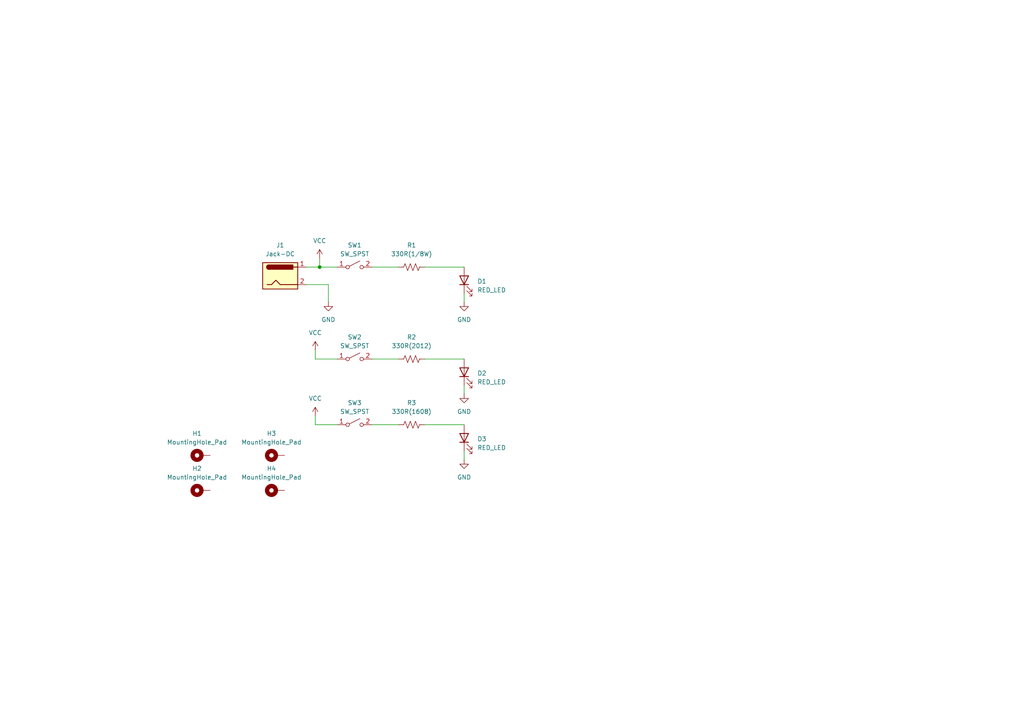
<source format=kicad_sch>
(kicad_sch
	(version 20250114)
	(generator "eeschema")
	(generator_version "9.0")
	(uuid "4e02d130-a5b3-47b0-ab53-b93f13939904")
	(paper "A4")
	(lib_symbols
		(symbol "Connector:Jack-DC"
			(pin_names
				(offset 1.016)
			)
			(exclude_from_sim no)
			(in_bom yes)
			(on_board yes)
			(property "Reference" "J"
				(at 0 5.334 0)
				(effects
					(font
						(size 1.27 1.27)
					)
				)
			)
			(property "Value" "Jack-DC"
				(at 0 -5.08 0)
				(effects
					(font
						(size 1.27 1.27)
					)
				)
			)
			(property "Footprint" ""
				(at 1.27 -1.016 0)
				(effects
					(font
						(size 1.27 1.27)
					)
					(hide yes)
				)
			)
			(property "Datasheet" "~"
				(at 1.27 -1.016 0)
				(effects
					(font
						(size 1.27 1.27)
					)
					(hide yes)
				)
			)
			(property "Description" "DC Barrel Jack"
				(at 0 0 0)
				(effects
					(font
						(size 1.27 1.27)
					)
					(hide yes)
				)
			)
			(property "ki_keywords" "DC power barrel jack connector"
				(at 0 0 0)
				(effects
					(font
						(size 1.27 1.27)
					)
					(hide yes)
				)
			)
			(property "ki_fp_filters" "BarrelJack*"
				(at 0 0 0)
				(effects
					(font
						(size 1.27 1.27)
					)
					(hide yes)
				)
			)
			(symbol "Jack-DC_0_1"
				(rectangle
					(start -5.08 3.81)
					(end 5.08 -3.81)
					(stroke
						(width 0.254)
						(type default)
					)
					(fill
						(type background)
					)
				)
				(polyline
					(pts
						(xy -3.81 -2.54) (xy -2.54 -2.54) (xy -1.27 -1.27) (xy 0 -2.54) (xy 2.54 -2.54) (xy 5.08 -2.54)
					)
					(stroke
						(width 0.254)
						(type default)
					)
					(fill
						(type none)
					)
				)
				(arc
					(start -3.302 1.905)
					(mid -3.9343 2.54)
					(end -3.302 3.175)
					(stroke
						(width 0.254)
						(type default)
					)
					(fill
						(type none)
					)
				)
				(arc
					(start -3.302 1.905)
					(mid -3.9343 2.54)
					(end -3.302 3.175)
					(stroke
						(width 0.254)
						(type default)
					)
					(fill
						(type outline)
					)
				)
				(rectangle
					(start 3.683 3.175)
					(end -3.302 1.905)
					(stroke
						(width 0.254)
						(type default)
					)
					(fill
						(type outline)
					)
				)
				(polyline
					(pts
						(xy 5.08 2.54) (xy 3.81 2.54)
					)
					(stroke
						(width 0.254)
						(type default)
					)
					(fill
						(type none)
					)
				)
			)
			(symbol "Jack-DC_1_1"
				(pin passive line
					(at 7.62 2.54 180)
					(length 2.54)
					(name "~"
						(effects
							(font
								(size 1.27 1.27)
							)
						)
					)
					(number "1"
						(effects
							(font
								(size 1.27 1.27)
							)
						)
					)
				)
				(pin passive line
					(at 7.62 -2.54 180)
					(length 2.54)
					(name "~"
						(effects
							(font
								(size 1.27 1.27)
							)
						)
					)
					(number "2"
						(effects
							(font
								(size 1.27 1.27)
							)
						)
					)
				)
			)
			(embedded_fonts no)
		)
		(symbol "Device:LED"
			(pin_numbers
				(hide yes)
			)
			(pin_names
				(offset 1.016)
				(hide yes)
			)
			(exclude_from_sim no)
			(in_bom yes)
			(on_board yes)
			(property "Reference" "D"
				(at 0 2.54 0)
				(effects
					(font
						(size 1.27 1.27)
					)
				)
			)
			(property "Value" "LED"
				(at 0 -2.54 0)
				(effects
					(font
						(size 1.27 1.27)
					)
				)
			)
			(property "Footprint" ""
				(at 0 0 0)
				(effects
					(font
						(size 1.27 1.27)
					)
					(hide yes)
				)
			)
			(property "Datasheet" "~"
				(at 0 0 0)
				(effects
					(font
						(size 1.27 1.27)
					)
					(hide yes)
				)
			)
			(property "Description" "Light emitting diode"
				(at 0 0 0)
				(effects
					(font
						(size 1.27 1.27)
					)
					(hide yes)
				)
			)
			(property "Sim.Pins" "1=K 2=A"
				(at 0 0 0)
				(effects
					(font
						(size 1.27 1.27)
					)
					(hide yes)
				)
			)
			(property "ki_keywords" "LED diode"
				(at 0 0 0)
				(effects
					(font
						(size 1.27 1.27)
					)
					(hide yes)
				)
			)
			(property "ki_fp_filters" "LED* LED_SMD:* LED_THT:*"
				(at 0 0 0)
				(effects
					(font
						(size 1.27 1.27)
					)
					(hide yes)
				)
			)
			(symbol "LED_0_1"
				(polyline
					(pts
						(xy -3.048 -0.762) (xy -4.572 -2.286) (xy -3.81 -2.286) (xy -4.572 -2.286) (xy -4.572 -1.524)
					)
					(stroke
						(width 0)
						(type default)
					)
					(fill
						(type none)
					)
				)
				(polyline
					(pts
						(xy -1.778 -0.762) (xy -3.302 -2.286) (xy -2.54 -2.286) (xy -3.302 -2.286) (xy -3.302 -1.524)
					)
					(stroke
						(width 0)
						(type default)
					)
					(fill
						(type none)
					)
				)
				(polyline
					(pts
						(xy -1.27 0) (xy 1.27 0)
					)
					(stroke
						(width 0)
						(type default)
					)
					(fill
						(type none)
					)
				)
				(polyline
					(pts
						(xy -1.27 -1.27) (xy -1.27 1.27)
					)
					(stroke
						(width 0.254)
						(type default)
					)
					(fill
						(type none)
					)
				)
				(polyline
					(pts
						(xy 1.27 -1.27) (xy 1.27 1.27) (xy -1.27 0) (xy 1.27 -1.27)
					)
					(stroke
						(width 0.254)
						(type default)
					)
					(fill
						(type none)
					)
				)
			)
			(symbol "LED_1_1"
				(pin passive line
					(at -3.81 0 0)
					(length 2.54)
					(name "K"
						(effects
							(font
								(size 1.27 1.27)
							)
						)
					)
					(number "1"
						(effects
							(font
								(size 1.27 1.27)
							)
						)
					)
				)
				(pin passive line
					(at 3.81 0 180)
					(length 2.54)
					(name "A"
						(effects
							(font
								(size 1.27 1.27)
							)
						)
					)
					(number "2"
						(effects
							(font
								(size 1.27 1.27)
							)
						)
					)
				)
			)
			(embedded_fonts no)
		)
		(symbol "Device:R_US"
			(pin_numbers
				(hide yes)
			)
			(pin_names
				(offset 0)
			)
			(exclude_from_sim no)
			(in_bom yes)
			(on_board yes)
			(property "Reference" "R"
				(at 2.54 0 90)
				(effects
					(font
						(size 1.27 1.27)
					)
				)
			)
			(property "Value" "R_US"
				(at -2.54 0 90)
				(effects
					(font
						(size 1.27 1.27)
					)
				)
			)
			(property "Footprint" ""
				(at 1.016 -0.254 90)
				(effects
					(font
						(size 1.27 1.27)
					)
					(hide yes)
				)
			)
			(property "Datasheet" "~"
				(at 0 0 0)
				(effects
					(font
						(size 1.27 1.27)
					)
					(hide yes)
				)
			)
			(property "Description" "Resistor, US symbol"
				(at 0 0 0)
				(effects
					(font
						(size 1.27 1.27)
					)
					(hide yes)
				)
			)
			(property "ki_keywords" "R res resistor"
				(at 0 0 0)
				(effects
					(font
						(size 1.27 1.27)
					)
					(hide yes)
				)
			)
			(property "ki_fp_filters" "R_*"
				(at 0 0 0)
				(effects
					(font
						(size 1.27 1.27)
					)
					(hide yes)
				)
			)
			(symbol "R_US_0_1"
				(polyline
					(pts
						(xy 0 2.286) (xy 0 2.54)
					)
					(stroke
						(width 0)
						(type default)
					)
					(fill
						(type none)
					)
				)
				(polyline
					(pts
						(xy 0 2.286) (xy 1.016 1.905) (xy 0 1.524) (xy -1.016 1.143) (xy 0 0.762)
					)
					(stroke
						(width 0)
						(type default)
					)
					(fill
						(type none)
					)
				)
				(polyline
					(pts
						(xy 0 0.762) (xy 1.016 0.381) (xy 0 0) (xy -1.016 -0.381) (xy 0 -0.762)
					)
					(stroke
						(width 0)
						(type default)
					)
					(fill
						(type none)
					)
				)
				(polyline
					(pts
						(xy 0 -0.762) (xy 1.016 -1.143) (xy 0 -1.524) (xy -1.016 -1.905) (xy 0 -2.286)
					)
					(stroke
						(width 0)
						(type default)
					)
					(fill
						(type none)
					)
				)
				(polyline
					(pts
						(xy 0 -2.286) (xy 0 -2.54)
					)
					(stroke
						(width 0)
						(type default)
					)
					(fill
						(type none)
					)
				)
			)
			(symbol "R_US_1_1"
				(pin passive line
					(at 0 3.81 270)
					(length 1.27)
					(name "~"
						(effects
							(font
								(size 1.27 1.27)
							)
						)
					)
					(number "1"
						(effects
							(font
								(size 1.27 1.27)
							)
						)
					)
				)
				(pin passive line
					(at 0 -3.81 90)
					(length 1.27)
					(name "~"
						(effects
							(font
								(size 1.27 1.27)
							)
						)
					)
					(number "2"
						(effects
							(font
								(size 1.27 1.27)
							)
						)
					)
				)
			)
			(embedded_fonts no)
		)
		(symbol "Mechanical:MountingHole_Pad"
			(pin_numbers
				(hide yes)
			)
			(pin_names
				(offset 1.016)
				(hide yes)
			)
			(exclude_from_sim no)
			(in_bom no)
			(on_board yes)
			(property "Reference" "H"
				(at 0 6.35 0)
				(effects
					(font
						(size 1.27 1.27)
					)
				)
			)
			(property "Value" "MountingHole_Pad"
				(at 0 4.445 0)
				(effects
					(font
						(size 1.27 1.27)
					)
				)
			)
			(property "Footprint" ""
				(at 0 0 0)
				(effects
					(font
						(size 1.27 1.27)
					)
					(hide yes)
				)
			)
			(property "Datasheet" "~"
				(at 0 0 0)
				(effects
					(font
						(size 1.27 1.27)
					)
					(hide yes)
				)
			)
			(property "Description" "Mounting Hole with connection"
				(at 0 0 0)
				(effects
					(font
						(size 1.27 1.27)
					)
					(hide yes)
				)
			)
			(property "ki_keywords" "mounting hole"
				(at 0 0 0)
				(effects
					(font
						(size 1.27 1.27)
					)
					(hide yes)
				)
			)
			(property "ki_fp_filters" "MountingHole*Pad*"
				(at 0 0 0)
				(effects
					(font
						(size 1.27 1.27)
					)
					(hide yes)
				)
			)
			(symbol "MountingHole_Pad_0_1"
				(circle
					(center 0 1.27)
					(radius 1.27)
					(stroke
						(width 1.27)
						(type default)
					)
					(fill
						(type none)
					)
				)
			)
			(symbol "MountingHole_Pad_1_1"
				(pin input line
					(at 0 -2.54 90)
					(length 2.54)
					(name "1"
						(effects
							(font
								(size 1.27 1.27)
							)
						)
					)
					(number "1"
						(effects
							(font
								(size 1.27 1.27)
							)
						)
					)
				)
			)
			(embedded_fonts no)
		)
		(symbol "Switch:SW_SPST"
			(pin_names
				(offset 0)
				(hide yes)
			)
			(exclude_from_sim no)
			(in_bom yes)
			(on_board yes)
			(property "Reference" "SW"
				(at 0 3.175 0)
				(effects
					(font
						(size 1.27 1.27)
					)
				)
			)
			(property "Value" "SW_SPST"
				(at 0 -2.54 0)
				(effects
					(font
						(size 1.27 1.27)
					)
				)
			)
			(property "Footprint" ""
				(at 0 0 0)
				(effects
					(font
						(size 1.27 1.27)
					)
					(hide yes)
				)
			)
			(property "Datasheet" "~"
				(at 0 0 0)
				(effects
					(font
						(size 1.27 1.27)
					)
					(hide yes)
				)
			)
			(property "Description" "Single Pole Single Throw (SPST) switch"
				(at 0 0 0)
				(effects
					(font
						(size 1.27 1.27)
					)
					(hide yes)
				)
			)
			(property "ki_keywords" "switch lever"
				(at 0 0 0)
				(effects
					(font
						(size 1.27 1.27)
					)
					(hide yes)
				)
			)
			(symbol "SW_SPST_0_0"
				(circle
					(center -2.032 0)
					(radius 0.508)
					(stroke
						(width 0)
						(type default)
					)
					(fill
						(type none)
					)
				)
				(polyline
					(pts
						(xy -1.524 0.254) (xy 1.524 1.778)
					)
					(stroke
						(width 0)
						(type default)
					)
					(fill
						(type none)
					)
				)
				(circle
					(center 2.032 0)
					(radius 0.508)
					(stroke
						(width 0)
						(type default)
					)
					(fill
						(type none)
					)
				)
			)
			(symbol "SW_SPST_1_1"
				(pin passive line
					(at -5.08 0 0)
					(length 2.54)
					(name "A"
						(effects
							(font
								(size 1.27 1.27)
							)
						)
					)
					(number "1"
						(effects
							(font
								(size 1.27 1.27)
							)
						)
					)
				)
				(pin passive line
					(at 5.08 0 180)
					(length 2.54)
					(name "B"
						(effects
							(font
								(size 1.27 1.27)
							)
						)
					)
					(number "2"
						(effects
							(font
								(size 1.27 1.27)
							)
						)
					)
				)
			)
			(embedded_fonts no)
		)
		(symbol "power:GND"
			(power)
			(pin_numbers
				(hide yes)
			)
			(pin_names
				(offset 0)
				(hide yes)
			)
			(exclude_from_sim no)
			(in_bom yes)
			(on_board yes)
			(property "Reference" "#PWR"
				(at 0 -6.35 0)
				(effects
					(font
						(size 1.27 1.27)
					)
					(hide yes)
				)
			)
			(property "Value" "GND"
				(at 0 -3.81 0)
				(effects
					(font
						(size 1.27 1.27)
					)
				)
			)
			(property "Footprint" ""
				(at 0 0 0)
				(effects
					(font
						(size 1.27 1.27)
					)
					(hide yes)
				)
			)
			(property "Datasheet" ""
				(at 0 0 0)
				(effects
					(font
						(size 1.27 1.27)
					)
					(hide yes)
				)
			)
			(property "Description" "Power symbol creates a global label with name \"GND\" , ground"
				(at 0 0 0)
				(effects
					(font
						(size 1.27 1.27)
					)
					(hide yes)
				)
			)
			(property "ki_keywords" "global power"
				(at 0 0 0)
				(effects
					(font
						(size 1.27 1.27)
					)
					(hide yes)
				)
			)
			(symbol "GND_0_1"
				(polyline
					(pts
						(xy 0 0) (xy 0 -1.27) (xy 1.27 -1.27) (xy 0 -2.54) (xy -1.27 -1.27) (xy 0 -1.27)
					)
					(stroke
						(width 0)
						(type default)
					)
					(fill
						(type none)
					)
				)
			)
			(symbol "GND_1_1"
				(pin power_in line
					(at 0 0 270)
					(length 0)
					(name "~"
						(effects
							(font
								(size 1.27 1.27)
							)
						)
					)
					(number "1"
						(effects
							(font
								(size 1.27 1.27)
							)
						)
					)
				)
			)
			(embedded_fonts no)
		)
		(symbol "power:VCC"
			(power)
			(pin_numbers
				(hide yes)
			)
			(pin_names
				(offset 0)
				(hide yes)
			)
			(exclude_from_sim no)
			(in_bom yes)
			(on_board yes)
			(property "Reference" "#PWR"
				(at 0 -3.81 0)
				(effects
					(font
						(size 1.27 1.27)
					)
					(hide yes)
				)
			)
			(property "Value" "VCC"
				(at 0 3.556 0)
				(effects
					(font
						(size 1.27 1.27)
					)
				)
			)
			(property "Footprint" ""
				(at 0 0 0)
				(effects
					(font
						(size 1.27 1.27)
					)
					(hide yes)
				)
			)
			(property "Datasheet" ""
				(at 0 0 0)
				(effects
					(font
						(size 1.27 1.27)
					)
					(hide yes)
				)
			)
			(property "Description" "Power symbol creates a global label with name \"VCC\""
				(at 0 0 0)
				(effects
					(font
						(size 1.27 1.27)
					)
					(hide yes)
				)
			)
			(property "ki_keywords" "global power"
				(at 0 0 0)
				(effects
					(font
						(size 1.27 1.27)
					)
					(hide yes)
				)
			)
			(symbol "VCC_0_1"
				(polyline
					(pts
						(xy -0.762 1.27) (xy 0 2.54)
					)
					(stroke
						(width 0)
						(type default)
					)
					(fill
						(type none)
					)
				)
				(polyline
					(pts
						(xy 0 2.54) (xy 0.762 1.27)
					)
					(stroke
						(width 0)
						(type default)
					)
					(fill
						(type none)
					)
				)
				(polyline
					(pts
						(xy 0 0) (xy 0 2.54)
					)
					(stroke
						(width 0)
						(type default)
					)
					(fill
						(type none)
					)
				)
			)
			(symbol "VCC_1_1"
				(pin power_in line
					(at 0 0 90)
					(length 0)
					(name "~"
						(effects
							(font
								(size 1.27 1.27)
							)
						)
					)
					(number "1"
						(effects
							(font
								(size 1.27 1.27)
							)
						)
					)
				)
			)
			(embedded_fonts no)
		)
	)
	(junction
		(at 92.71 77.47)
		(diameter 0)
		(color 0 0 0 0)
		(uuid "eea938fe-684a-45fa-9a1c-3eb204a54ae3")
	)
	(wire
		(pts
			(xy 91.44 120.65) (xy 91.44 123.19)
		)
		(stroke
			(width 0)
			(type default)
		)
		(uuid "1862700c-9d21-4641-8e28-71be2043c14e")
	)
	(wire
		(pts
			(xy 107.95 77.47) (xy 115.57 77.47)
		)
		(stroke
			(width 0)
			(type default)
		)
		(uuid "1b6e7e25-b35c-48b5-b911-610f2c66bdbc")
	)
	(wire
		(pts
			(xy 92.71 77.47) (xy 97.79 77.47)
		)
		(stroke
			(width 0)
			(type default)
		)
		(uuid "38d43fb8-ed9e-458f-b78b-b42216a0db00")
	)
	(wire
		(pts
			(xy 88.9 82.55) (xy 95.25 82.55)
		)
		(stroke
			(width 0)
			(type default)
		)
		(uuid "390475f0-d591-4943-ac2a-1197ad3c248a")
	)
	(wire
		(pts
			(xy 123.19 77.47) (xy 134.62 77.47)
		)
		(stroke
			(width 0)
			(type default)
		)
		(uuid "54e12a8b-c58b-4539-a29b-08697b1dbb63")
	)
	(wire
		(pts
			(xy 95.25 82.55) (xy 95.25 87.63)
		)
		(stroke
			(width 0)
			(type default)
		)
		(uuid "65d82951-c04c-4e3c-bdae-e50b6e9d81de")
	)
	(wire
		(pts
			(xy 123.19 123.19) (xy 134.62 123.19)
		)
		(stroke
			(width 0)
			(type default)
		)
		(uuid "73324a3d-e5c6-406f-9476-19f63e6861c5")
	)
	(wire
		(pts
			(xy 134.62 85.09) (xy 134.62 87.63)
		)
		(stroke
			(width 0)
			(type default)
		)
		(uuid "76536356-2b8d-4f03-af2a-85291c9f6eac")
	)
	(wire
		(pts
			(xy 91.44 104.14) (xy 97.79 104.14)
		)
		(stroke
			(width 0)
			(type default)
		)
		(uuid "817c8ee9-bddd-4d23-8e30-56b800d053c9")
	)
	(wire
		(pts
			(xy 92.71 74.93) (xy 92.71 77.47)
		)
		(stroke
			(width 0)
			(type default)
		)
		(uuid "99967e96-ceed-4e66-a8c9-faa6670ba084")
	)
	(wire
		(pts
			(xy 134.62 130.81) (xy 134.62 133.35)
		)
		(stroke
			(width 0)
			(type default)
		)
		(uuid "9f8fa50c-6563-4b37-8b93-4ebb211fdcb1")
	)
	(wire
		(pts
			(xy 107.95 123.19) (xy 115.57 123.19)
		)
		(stroke
			(width 0)
			(type default)
		)
		(uuid "a73955f1-54f0-4ff8-968b-d983ef6ed71d")
	)
	(wire
		(pts
			(xy 91.44 123.19) (xy 97.79 123.19)
		)
		(stroke
			(width 0)
			(type default)
		)
		(uuid "b37f60bc-ba38-479c-94bd-5a82303112e5")
	)
	(wire
		(pts
			(xy 88.9 77.47) (xy 92.71 77.47)
		)
		(stroke
			(width 0)
			(type default)
		)
		(uuid "b79b9f52-2207-4402-b638-9ecbed8e18fa")
	)
	(wire
		(pts
			(xy 107.95 104.14) (xy 115.57 104.14)
		)
		(stroke
			(width 0)
			(type default)
		)
		(uuid "cba6aa6a-2a0f-4d74-9b09-6f1b6ea3f04d")
	)
	(wire
		(pts
			(xy 91.44 101.6) (xy 91.44 104.14)
		)
		(stroke
			(width 0)
			(type default)
		)
		(uuid "d01c1854-4619-4898-8783-dc174f6cd857")
	)
	(wire
		(pts
			(xy 123.19 104.14) (xy 134.62 104.14)
		)
		(stroke
			(width 0)
			(type default)
		)
		(uuid "ecec3f29-ed54-4a08-a8ff-6ba19f23fd42")
	)
	(wire
		(pts
			(xy 134.62 111.76) (xy 134.62 114.3)
		)
		(stroke
			(width 0)
			(type default)
		)
		(uuid "f3ae40ee-dd8c-49c4-bbb5-3607efd4bd71")
	)
	(symbol
		(lib_id "Device:R_US")
		(at 119.38 104.14 90)
		(unit 1)
		(exclude_from_sim no)
		(in_bom yes)
		(on_board yes)
		(dnp no)
		(fields_autoplaced yes)
		(uuid "2996220d-29f8-4748-a3ea-66bc72b388d8")
		(property "Reference" "R2"
			(at 119.38 97.79 90)
			(effects
				(font
					(size 1.27 1.27)
				)
			)
		)
		(property "Value" "330R(2012)"
			(at 119.38 100.33 90)
			(effects
				(font
					(size 1.27 1.27)
				)
			)
		)
		(property "Footprint" "Resistor_SMD:R_0805_2012Metric_Pad1.20x1.40mm_HandSolder"
			(at 119.634 103.124 90)
			(effects
				(font
					(size 1.27 1.27)
				)
				(hide yes)
			)
		)
		(property "Datasheet" "~"
			(at 119.38 104.14 0)
			(effects
				(font
					(size 1.27 1.27)
				)
				(hide yes)
			)
		)
		(property "Description" "Resistor, US symbol"
			(at 119.38 104.14 0)
			(effects
				(font
					(size 1.27 1.27)
				)
				(hide yes)
			)
		)
		(pin "2"
			(uuid "2f278407-6043-40e4-bb11-4f35823e3e66")
		)
		(pin "1"
			(uuid "f4840570-8b32-4381-a52e-326b676ae131")
		)
		(instances
			(project "test1"
				(path "/4e02d130-a5b3-47b0-ab53-b93f13939904"
					(reference "R2")
					(unit 1)
				)
			)
		)
	)
	(symbol
		(lib_id "Mechanical:MountingHole_Pad")
		(at 58.42 142.24 90)
		(unit 1)
		(exclude_from_sim no)
		(in_bom no)
		(on_board yes)
		(dnp no)
		(fields_autoplaced yes)
		(uuid "29ae37a7-9571-4b92-aa66-54632dec3d38")
		(property "Reference" "H2"
			(at 57.15 135.89 90)
			(effects
				(font
					(size 1.27 1.27)
				)
			)
		)
		(property "Value" "MountingHole_Pad"
			(at 57.15 138.43 90)
			(effects
				(font
					(size 1.27 1.27)
				)
			)
		)
		(property "Footprint" "MountingHole:MountingHole_3.2mm_M3_DIN965_Pad"
			(at 58.42 142.24 0)
			(effects
				(font
					(size 1.27 1.27)
				)
				(hide yes)
			)
		)
		(property "Datasheet" "~"
			(at 58.42 142.24 0)
			(effects
				(font
					(size 1.27 1.27)
				)
				(hide yes)
			)
		)
		(property "Description" "Mounting Hole with connection"
			(at 58.42 142.24 0)
			(effects
				(font
					(size 1.27 1.27)
				)
				(hide yes)
			)
		)
		(pin "1"
			(uuid "8df2ee27-5909-496b-bfe0-64b8e0282812")
		)
		(instances
			(project "test1"
				(path "/4e02d130-a5b3-47b0-ab53-b93f13939904"
					(reference "H2")
					(unit 1)
				)
			)
		)
	)
	(symbol
		(lib_id "Device:R_US")
		(at 119.38 123.19 90)
		(unit 1)
		(exclude_from_sim no)
		(in_bom yes)
		(on_board yes)
		(dnp no)
		(fields_autoplaced yes)
		(uuid "4558e996-ca07-4031-a43a-38775e240154")
		(property "Reference" "R3"
			(at 119.38 116.84 90)
			(effects
				(font
					(size 1.27 1.27)
				)
			)
		)
		(property "Value" "330R(1608)"
			(at 119.38 119.38 90)
			(effects
				(font
					(size 1.27 1.27)
				)
			)
		)
		(property "Footprint" "Resistor_SMD:R_0603_1608Metric_Pad0.98x0.95mm_HandSolder"
			(at 119.634 122.174 90)
			(effects
				(font
					(size 1.27 1.27)
				)
				(hide yes)
			)
		)
		(property "Datasheet" "~"
			(at 119.38 123.19 0)
			(effects
				(font
					(size 1.27 1.27)
				)
				(hide yes)
			)
		)
		(property "Description" "Resistor, US symbol"
			(at 119.38 123.19 0)
			(effects
				(font
					(size 1.27 1.27)
				)
				(hide yes)
			)
		)
		(pin "2"
			(uuid "b695f3b0-1cbe-43c0-a1d8-6e0bb2a25001")
		)
		(pin "1"
			(uuid "7532c6d6-2b74-4667-937f-95291bd80a28")
		)
		(instances
			(project "test1"
				(path "/4e02d130-a5b3-47b0-ab53-b93f13939904"
					(reference "R3")
					(unit 1)
				)
			)
		)
	)
	(symbol
		(lib_id "Mechanical:MountingHole_Pad")
		(at 58.42 132.08 90)
		(unit 1)
		(exclude_from_sim no)
		(in_bom no)
		(on_board yes)
		(dnp no)
		(fields_autoplaced yes)
		(uuid "483f874f-1afe-4274-9fda-cb070850c8a1")
		(property "Reference" "H1"
			(at 57.15 125.73 90)
			(effects
				(font
					(size 1.27 1.27)
				)
			)
		)
		(property "Value" "MountingHole_Pad"
			(at 57.15 128.27 90)
			(effects
				(font
					(size 1.27 1.27)
				)
			)
		)
		(property "Footprint" "MountingHole:MountingHole_3.2mm_M3_DIN965_Pad"
			(at 58.42 132.08 0)
			(effects
				(font
					(size 1.27 1.27)
				)
				(hide yes)
			)
		)
		(property "Datasheet" "~"
			(at 58.42 132.08 0)
			(effects
				(font
					(size 1.27 1.27)
				)
				(hide yes)
			)
		)
		(property "Description" "Mounting Hole with connection"
			(at 58.42 132.08 0)
			(effects
				(font
					(size 1.27 1.27)
				)
				(hide yes)
			)
		)
		(pin "1"
			(uuid "455d2f9f-a183-4886-8908-725cb45f04d5")
		)
		(instances
			(project ""
				(path "/4e02d130-a5b3-47b0-ab53-b93f13939904"
					(reference "H1")
					(unit 1)
				)
			)
		)
	)
	(symbol
		(lib_id "power:VCC")
		(at 91.44 120.65 0)
		(unit 1)
		(exclude_from_sim no)
		(in_bom yes)
		(on_board yes)
		(dnp no)
		(fields_autoplaced yes)
		(uuid "612d1932-4cfb-4798-af35-4849b29889fe")
		(property "Reference" "#PWR07"
			(at 91.44 124.46 0)
			(effects
				(font
					(size 1.27 1.27)
				)
				(hide yes)
			)
		)
		(property "Value" "VCC"
			(at 91.44 115.57 0)
			(effects
				(font
					(size 1.27 1.27)
				)
			)
		)
		(property "Footprint" ""
			(at 91.44 120.65 0)
			(effects
				(font
					(size 1.27 1.27)
				)
				(hide yes)
			)
		)
		(property "Datasheet" ""
			(at 91.44 120.65 0)
			(effects
				(font
					(size 1.27 1.27)
				)
				(hide yes)
			)
		)
		(property "Description" "Power symbol creates a global label with name \"VCC\""
			(at 91.44 120.65 0)
			(effects
				(font
					(size 1.27 1.27)
				)
				(hide yes)
			)
		)
		(pin "1"
			(uuid "3daf584e-11ac-4558-890d-d2e2650d2c8c")
		)
		(instances
			(project "test1"
				(path "/4e02d130-a5b3-47b0-ab53-b93f13939904"
					(reference "#PWR07")
					(unit 1)
				)
			)
		)
	)
	(symbol
		(lib_id "Device:R_US")
		(at 119.38 77.47 90)
		(unit 1)
		(exclude_from_sim no)
		(in_bom yes)
		(on_board yes)
		(dnp no)
		(fields_autoplaced yes)
		(uuid "66b5d9e3-c47c-4622-8f17-102fcc195700")
		(property "Reference" "R1"
			(at 119.38 71.12 90)
			(effects
				(font
					(size 1.27 1.27)
				)
			)
		)
		(property "Value" "330R(1/8W)"
			(at 119.38 73.66 90)
			(effects
				(font
					(size 1.27 1.27)
				)
			)
		)
		(property "Footprint" "Resistor_THT:R_Axial_DIN0204_L3.6mm_D1.6mm_P5.08mm_Horizontal"
			(at 119.634 76.454 90)
			(effects
				(font
					(size 1.27 1.27)
				)
				(hide yes)
			)
		)
		(property "Datasheet" "~"
			(at 119.38 77.47 0)
			(effects
				(font
					(size 1.27 1.27)
				)
				(hide yes)
			)
		)
		(property "Description" "Resistor, 300R (1/8W)"
			(at 119.38 77.47 0)
			(effects
				(font
					(size 1.27 1.27)
				)
				(hide yes)
			)
		)
		(pin "2"
			(uuid "d5f7541c-f45c-4e56-a1b8-96db52cf6236")
		)
		(pin "1"
			(uuid "e1ea40b1-49ce-49f2-ba01-221204e59f1c")
		)
		(instances
			(project ""
				(path "/4e02d130-a5b3-47b0-ab53-b93f13939904"
					(reference "R1")
					(unit 1)
				)
			)
		)
	)
	(symbol
		(lib_id "Switch:SW_SPST")
		(at 102.87 77.47 0)
		(unit 1)
		(exclude_from_sim no)
		(in_bom yes)
		(on_board yes)
		(dnp no)
		(fields_autoplaced yes)
		(uuid "7261a94e-c342-47a2-8456-eb1018b19d37")
		(property "Reference" "SW1"
			(at 102.87 71.12 0)
			(effects
				(font
					(size 1.27 1.27)
				)
			)
		)
		(property "Value" "SW_SPST"
			(at 102.87 73.66 0)
			(effects
				(font
					(size 1.27 1.27)
				)
			)
		)
		(property "Footprint" "Button_Switch_THT:SW_PUSH_6mm_H5mm"
			(at 102.87 77.47 0)
			(effects
				(font
					(size 1.27 1.27)
				)
				(hide yes)
			)
		)
		(property "Datasheet" "~"
			(at 102.87 77.47 0)
			(effects
				(font
					(size 1.27 1.27)
				)
				(hide yes)
			)
		)
		(property "Description" "Single Pole Single Throw (SPST) switch"
			(at 102.87 77.47 0)
			(effects
				(font
					(size 1.27 1.27)
				)
				(hide yes)
			)
		)
		(pin "1"
			(uuid "87f71da9-ef02-4bd3-b2c1-61e0f88cc370")
		)
		(pin "2"
			(uuid "6cbc22dd-4497-4a62-a427-a666e2a76913")
		)
		(instances
			(project ""
				(path "/4e02d130-a5b3-47b0-ab53-b93f13939904"
					(reference "SW1")
					(unit 1)
				)
			)
		)
	)
	(symbol
		(lib_id "Device:LED")
		(at 134.62 107.95 90)
		(unit 1)
		(exclude_from_sim no)
		(in_bom yes)
		(on_board yes)
		(dnp no)
		(fields_autoplaced yes)
		(uuid "75fbf66d-6c42-493a-8261-d0b2f9f23dd2")
		(property "Reference" "D2"
			(at 138.43 108.2674 90)
			(effects
				(font
					(size 1.27 1.27)
				)
				(justify right)
			)
		)
		(property "Value" "RED_LED"
			(at 138.43 110.8074 90)
			(effects
				(font
					(size 1.27 1.27)
				)
				(justify right)
			)
		)
		(property "Footprint" "LED_THT:LED_D5.0mm"
			(at 134.62 107.95 0)
			(effects
				(font
					(size 1.27 1.27)
				)
				(hide yes)
			)
		)
		(property "Datasheet" "~"
			(at 134.62 107.95 0)
			(effects
				(font
					(size 1.27 1.27)
				)
				(hide yes)
			)
		)
		(property "Description" "Light emitting diode"
			(at 134.62 107.95 0)
			(effects
				(font
					(size 1.27 1.27)
				)
				(hide yes)
			)
		)
		(property "Sim.Pins" "1=K 2=A"
			(at 134.62 107.95 0)
			(effects
				(font
					(size 1.27 1.27)
				)
				(hide yes)
			)
		)
		(pin "2"
			(uuid "212fe012-034b-4545-a8ed-9594be4971a6")
		)
		(pin "1"
			(uuid "5298519e-68d3-4fca-bc6c-78126b33e7e7")
		)
		(instances
			(project "test1"
				(path "/4e02d130-a5b3-47b0-ab53-b93f13939904"
					(reference "D2")
					(unit 1)
				)
			)
		)
	)
	(symbol
		(lib_id "Device:LED")
		(at 134.62 81.28 90)
		(unit 1)
		(exclude_from_sim no)
		(in_bom yes)
		(on_board yes)
		(dnp no)
		(fields_autoplaced yes)
		(uuid "8a13401d-d427-4420-9d14-3d942f544ab8")
		(property "Reference" "D1"
			(at 138.43 81.5974 90)
			(effects
				(font
					(size 1.27 1.27)
				)
				(justify right)
			)
		)
		(property "Value" "RED_LED"
			(at 138.43 84.1374 90)
			(effects
				(font
					(size 1.27 1.27)
				)
				(justify right)
			)
		)
		(property "Footprint" "LED_THT:LED_D5.0mm"
			(at 134.62 81.28 0)
			(effects
				(font
					(size 1.27 1.27)
				)
				(hide yes)
			)
		)
		(property "Datasheet" "~"
			(at 134.62 81.28 0)
			(effects
				(font
					(size 1.27 1.27)
				)
				(hide yes)
			)
		)
		(property "Description" "Light emitting diode"
			(at 134.62 81.28 0)
			(effects
				(font
					(size 1.27 1.27)
				)
				(hide yes)
			)
		)
		(property "Sim.Pins" "1=K 2=A"
			(at 134.62 81.28 0)
			(effects
				(font
					(size 1.27 1.27)
				)
				(hide yes)
			)
		)
		(pin "2"
			(uuid "3e3c5729-bc04-4f38-983b-c170c86a7235")
		)
		(pin "1"
			(uuid "b0e1fa9e-8ac6-46b0-8f5c-e9d351abd03a")
		)
		(instances
			(project ""
				(path "/4e02d130-a5b3-47b0-ab53-b93f13939904"
					(reference "D1")
					(unit 1)
				)
			)
		)
	)
	(symbol
		(lib_id "Switch:SW_SPST")
		(at 102.87 123.19 0)
		(unit 1)
		(exclude_from_sim no)
		(in_bom yes)
		(on_board yes)
		(dnp no)
		(fields_autoplaced yes)
		(uuid "8e774f29-cba9-49fc-8934-e004f586e061")
		(property "Reference" "SW3"
			(at 102.87 116.84 0)
			(effects
				(font
					(size 1.27 1.27)
				)
			)
		)
		(property "Value" "SW_SPST"
			(at 102.87 119.38 0)
			(effects
				(font
					(size 1.27 1.27)
				)
			)
		)
		(property "Footprint" "Button_Switch_THT:SW_PUSH_6mm_H5mm"
			(at 102.87 123.19 0)
			(effects
				(font
					(size 1.27 1.27)
				)
				(hide yes)
			)
		)
		(property "Datasheet" "~"
			(at 102.87 123.19 0)
			(effects
				(font
					(size 1.27 1.27)
				)
				(hide yes)
			)
		)
		(property "Description" "Single Pole Single Throw (SPST) switch"
			(at 102.87 123.19 0)
			(effects
				(font
					(size 1.27 1.27)
				)
				(hide yes)
			)
		)
		(pin "1"
			(uuid "1a87c39d-8b55-4149-a1d9-8f3bd6d78a1c")
		)
		(pin "2"
			(uuid "389766ad-c7ae-41b7-8b38-01ba32278481")
		)
		(instances
			(project "test1"
				(path "/4e02d130-a5b3-47b0-ab53-b93f13939904"
					(reference "SW3")
					(unit 1)
				)
			)
		)
	)
	(symbol
		(lib_id "power:GND")
		(at 95.25 87.63 0)
		(unit 1)
		(exclude_from_sim no)
		(in_bom yes)
		(on_board yes)
		(dnp no)
		(fields_autoplaced yes)
		(uuid "9290a5dc-e28c-431a-9532-633b87d3564c")
		(property "Reference" "#PWR02"
			(at 95.25 93.98 0)
			(effects
				(font
					(size 1.27 1.27)
				)
				(hide yes)
			)
		)
		(property "Value" "GND"
			(at 95.25 92.71 0)
			(effects
				(font
					(size 1.27 1.27)
				)
			)
		)
		(property "Footprint" ""
			(at 95.25 87.63 0)
			(effects
				(font
					(size 1.27 1.27)
				)
				(hide yes)
			)
		)
		(property "Datasheet" ""
			(at 95.25 87.63 0)
			(effects
				(font
					(size 1.27 1.27)
				)
				(hide yes)
			)
		)
		(property "Description" "Power symbol creates a global label with name \"GND\" , ground"
			(at 95.25 87.63 0)
			(effects
				(font
					(size 1.27 1.27)
				)
				(hide yes)
			)
		)
		(pin "1"
			(uuid "ca18c45e-feab-4f6e-95bb-8bb8a65d3520")
		)
		(instances
			(project "test1"
				(path "/4e02d130-a5b3-47b0-ab53-b93f13939904"
					(reference "#PWR02")
					(unit 1)
				)
			)
		)
	)
	(symbol
		(lib_id "Connector:Jack-DC")
		(at 81.28 80.01 0)
		(unit 1)
		(exclude_from_sim no)
		(in_bom yes)
		(on_board yes)
		(dnp no)
		(fields_autoplaced yes)
		(uuid "95ce46f8-0e91-4913-ba02-74614b27bf1f")
		(property "Reference" "J1"
			(at 81.28 71.12 0)
			(effects
				(font
					(size 1.27 1.27)
				)
			)
		)
		(property "Value" "Jack-DC"
			(at 81.28 73.66 0)
			(effects
				(font
					(size 1.27 1.27)
				)
			)
		)
		(property "Footprint" "Connector_BarrelJack:BarrelJack_GCT_DCJ200-10-A_Horizontal"
			(at 82.55 81.026 0)
			(effects
				(font
					(size 1.27 1.27)
				)
				(hide yes)
			)
		)
		(property "Datasheet" "~"
			(at 82.55 81.026 0)
			(effects
				(font
					(size 1.27 1.27)
				)
				(hide yes)
			)
		)
		(property "Description" "DC Barrel Jack"
			(at 81.28 80.01 0)
			(effects
				(font
					(size 1.27 1.27)
				)
				(hide yes)
			)
		)
		(pin "1"
			(uuid "203337bc-0e99-460d-9361-d5914e5a4596")
		)
		(pin "2"
			(uuid "25c49f5d-cf3e-430c-a1ba-3a54177d3594")
		)
		(instances
			(project ""
				(path "/4e02d130-a5b3-47b0-ab53-b93f13939904"
					(reference "J1")
					(unit 1)
				)
			)
		)
	)
	(symbol
		(lib_id "Switch:SW_SPST")
		(at 102.87 104.14 0)
		(unit 1)
		(exclude_from_sim no)
		(in_bom yes)
		(on_board yes)
		(dnp no)
		(fields_autoplaced yes)
		(uuid "b572f62e-b0bb-4f5a-9bd7-b1f6537d071c")
		(property "Reference" "SW2"
			(at 102.87 97.79 0)
			(effects
				(font
					(size 1.27 1.27)
				)
			)
		)
		(property "Value" "SW_SPST"
			(at 102.87 100.33 0)
			(effects
				(font
					(size 1.27 1.27)
				)
			)
		)
		(property "Footprint" "Button_Switch_THT:SW_PUSH_6mm_H5mm"
			(at 102.87 104.14 0)
			(effects
				(font
					(size 1.27 1.27)
				)
				(hide yes)
			)
		)
		(property "Datasheet" "~"
			(at 102.87 104.14 0)
			(effects
				(font
					(size 1.27 1.27)
				)
				(hide yes)
			)
		)
		(property "Description" "Single Pole Single Throw (SPST) switch"
			(at 102.87 104.14 0)
			(effects
				(font
					(size 1.27 1.27)
				)
				(hide yes)
			)
		)
		(pin "1"
			(uuid "d92d9288-010b-4236-810a-abbf8a4653bc")
		)
		(pin "2"
			(uuid "8ea88e74-937a-4c19-aa2e-5f5542a10b1a")
		)
		(instances
			(project "test1"
				(path "/4e02d130-a5b3-47b0-ab53-b93f13939904"
					(reference "SW2")
					(unit 1)
				)
			)
		)
	)
	(symbol
		(lib_id "power:GND")
		(at 134.62 133.35 0)
		(unit 1)
		(exclude_from_sim no)
		(in_bom yes)
		(on_board yes)
		(dnp no)
		(fields_autoplaced yes)
		(uuid "c4f61b84-24e9-4072-bbb3-f61c2c2bd2a9")
		(property "Reference" "#PWR04"
			(at 134.62 139.7 0)
			(effects
				(font
					(size 1.27 1.27)
				)
				(hide yes)
			)
		)
		(property "Value" "GND"
			(at 134.62 138.43 0)
			(effects
				(font
					(size 1.27 1.27)
				)
			)
		)
		(property "Footprint" ""
			(at 134.62 133.35 0)
			(effects
				(font
					(size 1.27 1.27)
				)
				(hide yes)
			)
		)
		(property "Datasheet" ""
			(at 134.62 133.35 0)
			(effects
				(font
					(size 1.27 1.27)
				)
				(hide yes)
			)
		)
		(property "Description" "Power symbol creates a global label with name \"GND\" , ground"
			(at 134.62 133.35 0)
			(effects
				(font
					(size 1.27 1.27)
				)
				(hide yes)
			)
		)
		(pin "1"
			(uuid "8f73fecd-8967-44d5-a495-835dd36eeb19")
		)
		(instances
			(project "test1"
				(path "/4e02d130-a5b3-47b0-ab53-b93f13939904"
					(reference "#PWR04")
					(unit 1)
				)
			)
		)
	)
	(symbol
		(lib_id "power:VCC")
		(at 92.71 74.93 0)
		(unit 1)
		(exclude_from_sim no)
		(in_bom yes)
		(on_board yes)
		(dnp no)
		(fields_autoplaced yes)
		(uuid "c94db516-05e2-4d6c-814c-42a02e21b906")
		(property "Reference" "#PWR05"
			(at 92.71 78.74 0)
			(effects
				(font
					(size 1.27 1.27)
				)
				(hide yes)
			)
		)
		(property "Value" "VCC"
			(at 92.71 69.85 0)
			(effects
				(font
					(size 1.27 1.27)
				)
			)
		)
		(property "Footprint" ""
			(at 92.71 74.93 0)
			(effects
				(font
					(size 1.27 1.27)
				)
				(hide yes)
			)
		)
		(property "Datasheet" ""
			(at 92.71 74.93 0)
			(effects
				(font
					(size 1.27 1.27)
				)
				(hide yes)
			)
		)
		(property "Description" "Power symbol creates a global label with name \"VCC\""
			(at 92.71 74.93 0)
			(effects
				(font
					(size 1.27 1.27)
				)
				(hide yes)
			)
		)
		(pin "1"
			(uuid "6f83d7ff-9879-4276-b38f-16b6181c7121")
		)
		(instances
			(project ""
				(path "/4e02d130-a5b3-47b0-ab53-b93f13939904"
					(reference "#PWR05")
					(unit 1)
				)
			)
		)
	)
	(symbol
		(lib_id "power:GND")
		(at 134.62 87.63 0)
		(unit 1)
		(exclude_from_sim no)
		(in_bom yes)
		(on_board yes)
		(dnp no)
		(fields_autoplaced yes)
		(uuid "d2eaaf38-ecd1-483c-951f-deb204e4c87e")
		(property "Reference" "#PWR01"
			(at 134.62 93.98 0)
			(effects
				(font
					(size 1.27 1.27)
				)
				(hide yes)
			)
		)
		(property "Value" "GND"
			(at 134.62 92.71 0)
			(effects
				(font
					(size 1.27 1.27)
				)
			)
		)
		(property "Footprint" ""
			(at 134.62 87.63 0)
			(effects
				(font
					(size 1.27 1.27)
				)
				(hide yes)
			)
		)
		(property "Datasheet" ""
			(at 134.62 87.63 0)
			(effects
				(font
					(size 1.27 1.27)
				)
				(hide yes)
			)
		)
		(property "Description" "Power symbol creates a global label with name \"GND\" , ground"
			(at 134.62 87.63 0)
			(effects
				(font
					(size 1.27 1.27)
				)
				(hide yes)
			)
		)
		(pin "1"
			(uuid "81638822-365c-4e51-8b37-bd29ba9d97d0")
		)
		(instances
			(project ""
				(path "/4e02d130-a5b3-47b0-ab53-b93f13939904"
					(reference "#PWR01")
					(unit 1)
				)
			)
		)
	)
	(symbol
		(lib_id "power:VCC")
		(at 91.44 101.6 0)
		(unit 1)
		(exclude_from_sim no)
		(in_bom yes)
		(on_board yes)
		(dnp no)
		(fields_autoplaced yes)
		(uuid "d35cc38b-3f2a-4743-b864-4c8e93daf8d2")
		(property "Reference" "#PWR06"
			(at 91.44 105.41 0)
			(effects
				(font
					(size 1.27 1.27)
				)
				(hide yes)
			)
		)
		(property "Value" "VCC"
			(at 91.44 96.52 0)
			(effects
				(font
					(size 1.27 1.27)
				)
			)
		)
		(property "Footprint" ""
			(at 91.44 101.6 0)
			(effects
				(font
					(size 1.27 1.27)
				)
				(hide yes)
			)
		)
		(property "Datasheet" ""
			(at 91.44 101.6 0)
			(effects
				(font
					(size 1.27 1.27)
				)
				(hide yes)
			)
		)
		(property "Description" "Power symbol creates a global label with name \"VCC\""
			(at 91.44 101.6 0)
			(effects
				(font
					(size 1.27 1.27)
				)
				(hide yes)
			)
		)
		(pin "1"
			(uuid "9bd7ec07-a787-4336-b9a2-ed39a50cbd30")
		)
		(instances
			(project "test1"
				(path "/4e02d130-a5b3-47b0-ab53-b93f13939904"
					(reference "#PWR06")
					(unit 1)
				)
			)
		)
	)
	(symbol
		(lib_id "power:GND")
		(at 134.62 114.3 0)
		(unit 1)
		(exclude_from_sim no)
		(in_bom yes)
		(on_board yes)
		(dnp no)
		(fields_autoplaced yes)
		(uuid "d7d282de-0a8d-49f6-977d-25c3228a5ec2")
		(property "Reference" "#PWR03"
			(at 134.62 120.65 0)
			(effects
				(font
					(size 1.27 1.27)
				)
				(hide yes)
			)
		)
		(property "Value" "GND"
			(at 134.62 119.38 0)
			(effects
				(font
					(size 1.27 1.27)
				)
			)
		)
		(property "Footprint" ""
			(at 134.62 114.3 0)
			(effects
				(font
					(size 1.27 1.27)
				)
				(hide yes)
			)
		)
		(property "Datasheet" ""
			(at 134.62 114.3 0)
			(effects
				(font
					(size 1.27 1.27)
				)
				(hide yes)
			)
		)
		(property "Description" "Power symbol creates a global label with name \"GND\" , ground"
			(at 134.62 114.3 0)
			(effects
				(font
					(size 1.27 1.27)
				)
				(hide yes)
			)
		)
		(pin "1"
			(uuid "ac2702a4-33cd-4e97-bf79-ad2ce14fe147")
		)
		(instances
			(project "test1"
				(path "/4e02d130-a5b3-47b0-ab53-b93f13939904"
					(reference "#PWR03")
					(unit 1)
				)
			)
		)
	)
	(symbol
		(lib_id "Mechanical:MountingHole_Pad")
		(at 80.01 132.08 90)
		(unit 1)
		(exclude_from_sim no)
		(in_bom no)
		(on_board yes)
		(dnp no)
		(fields_autoplaced yes)
		(uuid "e6e9b5f7-c236-4c74-b982-4308e1c206dd")
		(property "Reference" "H3"
			(at 78.74 125.73 90)
			(effects
				(font
					(size 1.27 1.27)
				)
			)
		)
		(property "Value" "MountingHole_Pad"
			(at 78.74 128.27 90)
			(effects
				(font
					(size 1.27 1.27)
				)
			)
		)
		(property "Footprint" "MountingHole:MountingHole_3.2mm_M3_DIN965_Pad"
			(at 80.01 132.08 0)
			(effects
				(font
					(size 1.27 1.27)
				)
				(hide yes)
			)
		)
		(property "Datasheet" "~"
			(at 80.01 132.08 0)
			(effects
				(font
					(size 1.27 1.27)
				)
				(hide yes)
			)
		)
		(property "Description" "Mounting Hole with connection"
			(at 80.01 132.08 0)
			(effects
				(font
					(size 1.27 1.27)
				)
				(hide yes)
			)
		)
		(pin "1"
			(uuid "cb0eb482-6ef5-48b8-bf53-32381b00bd34")
		)
		(instances
			(project "test1"
				(path "/4e02d130-a5b3-47b0-ab53-b93f13939904"
					(reference "H3")
					(unit 1)
				)
			)
		)
	)
	(symbol
		(lib_id "Device:LED")
		(at 134.62 127 90)
		(unit 1)
		(exclude_from_sim no)
		(in_bom yes)
		(on_board yes)
		(dnp no)
		(fields_autoplaced yes)
		(uuid "e8b7f640-8064-402e-82bf-c5a28e8e2965")
		(property "Reference" "D3"
			(at 138.43 127.3174 90)
			(effects
				(font
					(size 1.27 1.27)
				)
				(justify right)
			)
		)
		(property "Value" "RED_LED"
			(at 138.43 129.8574 90)
			(effects
				(font
					(size 1.27 1.27)
				)
				(justify right)
			)
		)
		(property "Footprint" "LED_THT:LED_D5.0mm"
			(at 134.62 127 0)
			(effects
				(font
					(size 1.27 1.27)
				)
				(hide yes)
			)
		)
		(property "Datasheet" "~"
			(at 134.62 127 0)
			(effects
				(font
					(size 1.27 1.27)
				)
				(hide yes)
			)
		)
		(property "Description" "Light emitting diode"
			(at 134.62 127 0)
			(effects
				(font
					(size 1.27 1.27)
				)
				(hide yes)
			)
		)
		(property "Sim.Pins" "1=K 2=A"
			(at 134.62 127 0)
			(effects
				(font
					(size 1.27 1.27)
				)
				(hide yes)
			)
		)
		(pin "2"
			(uuid "1e4bf49c-5188-49c6-a797-3e7de481d796")
		)
		(pin "1"
			(uuid "5dc59b46-3ac1-4a93-8587-282fb7e0e294")
		)
		(instances
			(project "test1"
				(path "/4e02d130-a5b3-47b0-ab53-b93f13939904"
					(reference "D3")
					(unit 1)
				)
			)
		)
	)
	(symbol
		(lib_id "Mechanical:MountingHole_Pad")
		(at 80.01 142.24 90)
		(unit 1)
		(exclude_from_sim no)
		(in_bom no)
		(on_board yes)
		(dnp no)
		(fields_autoplaced yes)
		(uuid "e8c84ab4-b8aa-454f-811e-f555b055e40b")
		(property "Reference" "H4"
			(at 78.74 135.89 90)
			(effects
				(font
					(size 1.27 1.27)
				)
			)
		)
		(property "Value" "MountingHole_Pad"
			(at 78.74 138.43 90)
			(effects
				(font
					(size 1.27 1.27)
				)
			)
		)
		(property "Footprint" "MountingHole:MountingHole_3.2mm_M3_DIN965_Pad"
			(at 80.01 142.24 0)
			(effects
				(font
					(size 1.27 1.27)
				)
				(hide yes)
			)
		)
		(property "Datasheet" "~"
			(at 80.01 142.24 0)
			(effects
				(font
					(size 1.27 1.27)
				)
				(hide yes)
			)
		)
		(property "Description" "Mounting Hole with connection"
			(at 80.01 142.24 0)
			(effects
				(font
					(size 1.27 1.27)
				)
				(hide yes)
			)
		)
		(pin "1"
			(uuid "4ab3a7c9-3d0e-46ce-8b76-23d95faf05cd")
		)
		(instances
			(project "test1"
				(path "/4e02d130-a5b3-47b0-ab53-b93f13939904"
					(reference "H4")
					(unit 1)
				)
			)
		)
	)
	(sheet_instances
		(path "/"
			(page "1")
		)
	)
	(embedded_fonts no)
)

</source>
